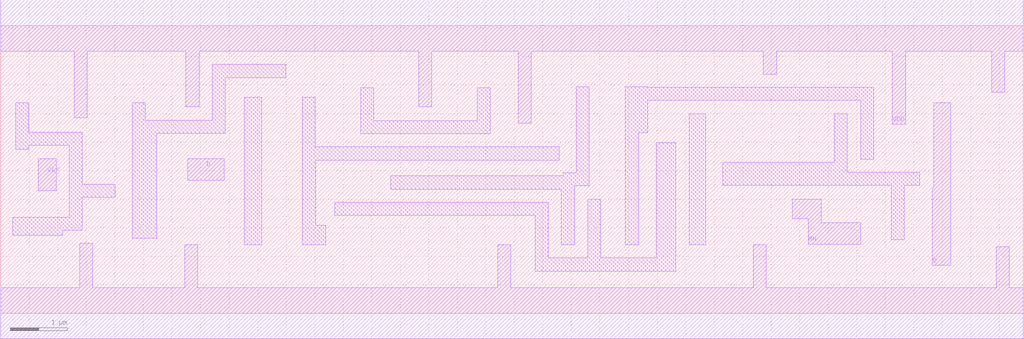
<source format=lef>
# Copyright 2022 GlobalFoundries PDK Authors
#
# Licensed under the Apache License, Version 2.0 (the "License");
# you may not use this file except in compliance with the License.
# You may obtain a copy of the License at
#
#      http://www.apache.org/licenses/LICENSE-2.0
#
# Unless required by applicable law or agreed to in writing, software
# distributed under the License is distributed on an "AS IS" BASIS,
# WITHOUT WARRANTIES OR CONDITIONS OF ANY KIND, either express or implied.
# See the License for the specific language governing permissions and
# limitations under the License.

MACRO gf180mcu_fd_sc_mcu9t5v0__dffrnq_1
  CLASS core ;
  FOREIGN gf180mcu_fd_sc_mcu9t5v0__dffrnq_1 0.0 0.0 ;
  ORIGIN 0 0 ;
  SYMMETRY X Y ;
  SITE GF018hv5v_green_sc9 ;
  SIZE 17.92 BY 5.04 ;
  PIN D
    DIRECTION INPUT ;
    ANTENNAGATEAREA 0.92 ;
    PORT
      LAYER Metal1 ;
        POLYGON 3.28 2.33 3.915 2.33 3.915 2.71 3.28 2.71  ;
    END
  END D
  PIN RN
    DIRECTION INPUT ;
    ANTENNAGATEAREA 1.83 ;
    PORT
      LAYER Metal1 ;
        POLYGON 13.865 1.66 14.15 1.66 14.15 1.21 15.07 1.21 15.07 1.59 14.38 1.59 14.38 2 13.865 2  ;
    END
  END RN
  PIN CLK
    DIRECTION INPUT ;
    USE clock ;
    ANTENNAGATEAREA 1.164 ;
    PORT
      LAYER Metal1 ;
        POLYGON 0.66 2.15 0.97 2.15 0.97 2.71 0.66 2.71  ;
    END
  END CLK
  PIN Q
    DIRECTION OUTPUT ;
    ANTENNADIFFAREA 1.386 ;
    PORT
      LAYER Metal1 ;
        POLYGON 16.325 0.845 16.65 0.845 16.65 3.685 16.345 3.685 16.345 2.19 16.325 2.19  ;
    END
  END Q
  PIN VDD
    DIRECTION INOUT ;
    USE power ;
    SHAPE ABUTMENT ;
    PORT
      LAYER Metal1 ;
        POLYGON 0 4.59 1.285 4.59 1.285 3.425 1.515 3.425 1.515 4.59 2.01 4.59 3.245 4.59 3.245 3.615 3.475 3.615 3.475 4.59 4.99 4.59 7.325 4.59 7.325 3.615 7.555 3.615 7.555 4.59 8.575 4.59 9.065 4.59 9.065 3.33 9.295 3.33 9.295 4.59 9.79 4.59 10.315 4.59 13.365 4.59 13.365 4.19 13.595 4.19 13.595 4.59 15.295 4.59 15.625 4.59 15.625 3.31 15.855 3.31 15.855 4.59 16.1 4.59 17.365 4.59 17.365 3.875 17.595 3.875 17.595 4.59 17.92 4.59 17.92 5.49 16.1 5.49 15.295 5.49 10.315 5.49 9.79 5.49 8.575 5.49 4.99 5.49 2.01 5.49 0 5.49  ;
    END
  END VDD
  PIN VSS
    DIRECTION INOUT ;
    USE ground ;
    SHAPE ABUTMENT ;
    PORT
      LAYER Metal1 ;
        POLYGON 0 -0.45 17.92 -0.45 17.92 0.45 17.675 0.45 17.675 1.165 17.445 1.165 17.445 0.45 13.415 0.45 13.415 1.2 13.185 1.2 13.185 0.45 8.935 0.45 8.935 1.2 8.705 1.2 8.705 0.45 3.455 0.45 3.455 1.2 3.225 1.2 3.225 0.45 1.615 0.45 1.615 1.225 1.385 1.225 1.385 0.45 0 0.45  ;
    END
  END VSS
  OBS
      LAYER Metal1 ;
        POLYGON 0.265 2.875 0.495 2.875 0.495 2.94 1.2 2.94 1.2 1.685 0.21 1.685 0.21 1.37 1.085 1.37 1.085 1.455 1.43 1.455 1.43 2.03 2.01 2.03 2.01 2.26 1.43 2.26 1.43 3.17 0.495 3.17 0.495 3.685 0.265 3.685  ;
        POLYGON 4.265 1.2 4.575 1.2 4.575 3.785 4.265 3.785  ;
        POLYGON 2.305 1.315 2.735 1.315 2.735 3.155 3.935 3.155 3.935 4.13 4.99 4.13 4.99 4.36 3.705 4.36 3.705 3.385 2.535 3.385 2.535 3.685 2.305 3.685  ;
        POLYGON 6.305 3.145 8.575 3.145 8.575 3.955 8.345 3.955 8.345 3.375 6.535 3.375 6.535 3.955 6.305 3.955  ;
        POLYGON 5.52 2.685 9.79 2.685 9.79 2.915 5.515 2.915 5.515 3.785 5.285 3.785 5.285 1.2 5.695 1.2 5.695 1.54 5.52 1.54  ;
        POLYGON 6.83 2.175 9.825 2.175 9.825 1.2 10.055 1.2 10.055 2.23 10.315 2.23 10.315 3.97 10.085 3.97 10.085 2.46 9.855 2.46 9.855 2.405 6.83 2.405  ;
        POLYGON 5.85 1.715 9.365 1.715 9.365 0.74 11.83 0.74 11.83 2.985 11.485 2.985 11.485 0.97 10.515 0.97 10.515 2 10.285 2 10.285 0.97 9.595 0.97 9.595 1.945 5.85 1.945  ;
        POLYGON 12.065 1.2 12.355 1.2 12.355 3.5 12.065 3.5  ;
        POLYGON 10.945 1.2 11.175 1.2 11.175 3.16 11.335 3.16 11.335 3.73 15.065 3.73 15.065 2.7 15.295 2.7 15.295 3.96 11.335 3.96 11.335 3.97 10.945 3.97  ;
        POLYGON 12.65 2.24 15.605 2.24 15.605 1.29 15.835 1.29 15.835 2.24 16.1 2.24 16.1 2.47 14.835 2.47 14.835 3.5 14.605 3.5 14.605 2.65 12.65 2.65  ;
  END
END gf180mcu_fd_sc_mcu9t5v0__dffrnq_1

</source>
